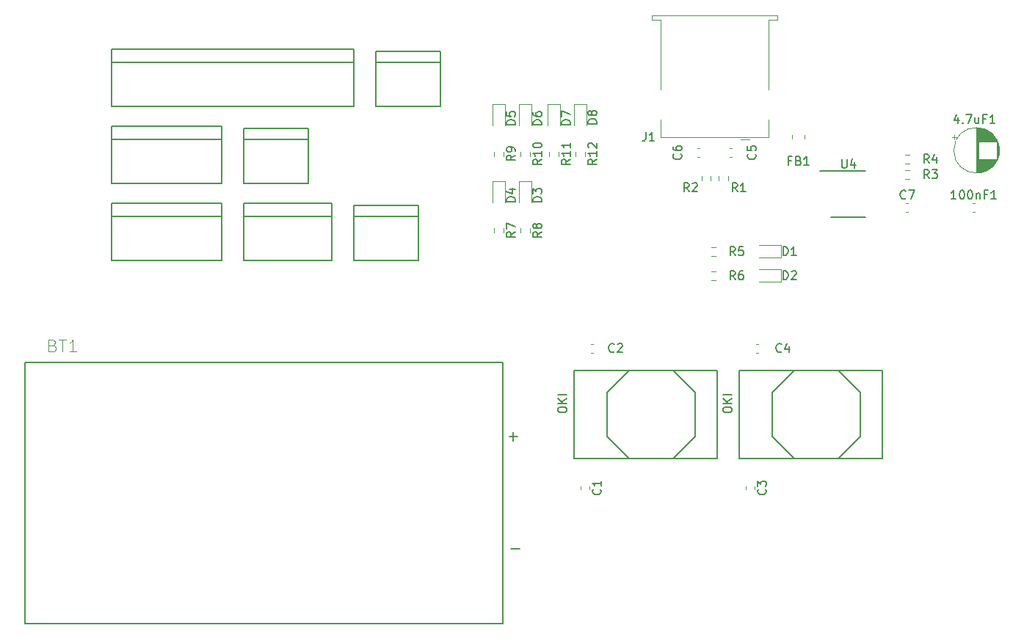
<source format=gbr>
%TF.GenerationSoftware,KiCad,Pcbnew,(5.1.7)-1*%
%TF.CreationDate,2020-11-29T15:53:39-06:00*%
%TF.ProjectId,2021_Rev1,32303231-5f52-4657-9631-2e6b69636164,rev?*%
%TF.SameCoordinates,Original*%
%TF.FileFunction,Legend,Top*%
%TF.FilePolarity,Positive*%
%FSLAX46Y46*%
G04 Gerber Fmt 4.6, Leading zero omitted, Abs format (unit mm)*
G04 Created by KiCad (PCBNEW (5.1.7)-1) date 2020-11-29 15:53:39*
%MOMM*%
%LPD*%
G01*
G04 APERTURE LIST*
%ADD10C,0.120000*%
%ADD11C,0.127000*%
%ADD12C,0.150000*%
%ADD13C,0.015000*%
G04 APERTURE END LIST*
D10*
%TO.C,R12*%
X965214500Y229720224D02*
X965214500Y229210776D01*
X964169500Y229720224D02*
X964169500Y229210776D01*
%TO.C,R11*%
X962166500Y229720224D02*
X962166500Y229210776D01*
X961121500Y229720224D02*
X961121500Y229210776D01*
%TO.C,R10*%
X958864500Y229720224D02*
X958864500Y229210776D01*
X957819500Y229720224D02*
X957819500Y229210776D01*
%TO.C,R9*%
X955816500Y229720224D02*
X955816500Y229210776D01*
X954771500Y229720224D02*
X954771500Y229210776D01*
%TO.C,D8*%
X965427000Y232767000D02*
X965427000Y235227000D01*
X965427000Y235227000D02*
X963957000Y235227000D01*
X963957000Y235227000D02*
X963957000Y232767000D01*
%TO.C,D7*%
X962379000Y232767000D02*
X962379000Y235227000D01*
X962379000Y235227000D02*
X960909000Y235227000D01*
X960909000Y235227000D02*
X960909000Y232767000D01*
%TO.C,D6*%
X959077000Y232739000D02*
X959077000Y235199000D01*
X959077000Y235199000D02*
X957607000Y235199000D01*
X957607000Y235199000D02*
X957607000Y232739000D01*
%TO.C,D5*%
X956029000Y232767000D02*
X956029000Y235227000D01*
X956029000Y235227000D02*
X954559000Y235227000D01*
X954559000Y235227000D02*
X954559000Y232767000D01*
%TO.C,D4*%
X956029000Y223877000D02*
X956029000Y226337000D01*
X956029000Y226337000D02*
X954559000Y226337000D01*
X954559000Y226337000D02*
X954559000Y223877000D01*
%TO.C,D3*%
X959077000Y223877000D02*
X959077000Y226337000D01*
X959077000Y226337000D02*
X957607000Y226337000D01*
X957607000Y226337000D02*
X957607000Y223877000D01*
D11*
%TO.C,BT1*%
X900633200Y205409800D02*
X900633200Y175285400D01*
X900633200Y175285400D02*
X955751200Y175285400D01*
X955751200Y175285400D02*
X955751200Y205409800D01*
X955751200Y205409800D02*
X900633200Y205409800D01*
X956726400Y183849800D02*
X957726400Y183849800D01*
X956476400Y196849800D02*
X957476400Y196849800D01*
X956976400Y196349800D02*
X956976400Y197349800D01*
D10*
%TO.C,C1*%
X965710000Y191053767D02*
X965710000Y190761233D01*
X964690000Y191053767D02*
X964690000Y190761233D01*
%TO.C,C2*%
X965916233Y206500000D02*
X966208767Y206500000D01*
X965916233Y207520000D02*
X966208767Y207520000D01*
%TO.C,C3*%
X983740000Y191053767D02*
X983740000Y190761233D01*
X984760000Y191053767D02*
X984760000Y190761233D01*
%TO.C,C4*%
X984966233Y207520000D02*
X985258767Y207520000D01*
X984966233Y206500000D02*
X985258767Y206500000D01*
%TO.C,C5*%
X981918233Y230126000D02*
X982210767Y230126000D01*
X981918233Y229106000D02*
X982210767Y229106000D01*
%TO.C,C6*%
X978453767Y230126000D02*
X978161233Y230126000D01*
X978453767Y229106000D02*
X978161233Y229106000D01*
%TO.C,C7*%
X1002238233Y223776000D02*
X1002530767Y223776000D01*
X1002238233Y222756000D02*
X1002530767Y222756000D01*
D12*
%TO.C,Conn2*%
X923290000Y223774000D02*
X910590000Y223774000D01*
X923290000Y222250000D02*
X923290000Y223774000D01*
X910590000Y223774000D02*
X910590000Y222250000D01*
X923290000Y217170000D02*
X910590000Y217170000D01*
X910590000Y222250000D02*
X923290000Y222250000D01*
X923290000Y217170000D02*
X923290000Y222250000D01*
X910590000Y217170000D02*
X910590000Y222250000D01*
%TO.C,Conn3*%
X910590000Y226060000D02*
X910590000Y231140000D01*
X923290000Y226060000D02*
X923290000Y231140000D01*
X910590000Y231140000D02*
X923290000Y231140000D01*
X923290000Y226060000D02*
X910590000Y226060000D01*
X910590000Y232664000D02*
X910590000Y231140000D01*
X923290000Y231140000D02*
X923290000Y232664000D01*
X923290000Y232664000D02*
X910590000Y232664000D01*
%TO.C,Conn4*%
X925830000Y231140000D02*
X925830000Y226060000D01*
X933323000Y231140000D02*
X933323000Y226060000D01*
X925830000Y231140000D02*
X933323000Y231140000D01*
X933323000Y226060000D02*
X925830000Y226060000D01*
X925830000Y231140000D02*
X925830000Y232410000D01*
X933323000Y232410000D02*
X933323000Y231140000D01*
X925830000Y232410000D02*
X933323000Y232410000D01*
%TO.C,Conn5*%
X938530000Y223520000D02*
X946023000Y223520000D01*
X946023000Y223520000D02*
X946023000Y222250000D01*
X938530000Y222250000D02*
X938530000Y223520000D01*
X946023000Y217170000D02*
X938530000Y217170000D01*
X938530000Y222250000D02*
X946023000Y222250000D01*
X946023000Y222250000D02*
X946023000Y217170000D01*
X938530000Y222250000D02*
X938530000Y217170000D01*
%TO.C,Conn6*%
X938530000Y241554000D02*
X910590000Y241554000D01*
X938530000Y240030000D02*
X938530000Y241554000D01*
X910590000Y241554000D02*
X910590000Y240030000D01*
X938530000Y234950000D02*
X910590000Y234950000D01*
X910590000Y240030000D02*
X938530000Y240030000D01*
X938530000Y234950000D02*
X938530000Y240030000D01*
X910590000Y234950000D02*
X910590000Y240030000D01*
%TO.C,Conn7*%
X941070000Y241300000D02*
X948563000Y241300000D01*
X948563000Y241300000D02*
X948563000Y240030000D01*
X941070000Y240030000D02*
X941070000Y241300000D01*
X948563000Y234950000D02*
X941070000Y234950000D01*
X941070000Y240030000D02*
X948563000Y240030000D01*
X948563000Y240030000D02*
X948563000Y234950000D01*
X941070000Y240030000D02*
X941070000Y234950000D01*
%TO.C,Conn8*%
X935990000Y223774000D02*
X925830000Y223774000D01*
X935990000Y222250000D02*
X935990000Y223774000D01*
X925830000Y223774000D02*
X925830000Y222250000D01*
X925830000Y217170000D02*
X935990000Y217170000D01*
X935990000Y222250000D02*
X925830000Y222250000D01*
X925830000Y217170000D02*
X925830000Y222250000D01*
X935990000Y217170000D02*
X935990000Y222250000D01*
D10*
%TO.C,D1*%
X987801000Y218921000D02*
X985341000Y218921000D01*
X987801000Y217451000D02*
X987801000Y218921000D01*
X985341000Y217451000D02*
X987801000Y217451000D01*
%TO.C,D2*%
X985341000Y214657000D02*
X987801000Y214657000D01*
X987801000Y214657000D02*
X987801000Y216127000D01*
X987801000Y216127000D02*
X985341000Y216127000D01*
%TO.C,J1*%
X984170000Y231150000D02*
X983170000Y231150000D01*
X987420000Y244900000D02*
X987420000Y245400000D01*
X986420000Y244900000D02*
X987420000Y244900000D01*
X986420000Y236900000D02*
X986420000Y244900000D01*
X986420000Y231400000D02*
X986420000Y233400000D01*
X973920000Y231400000D02*
X986420000Y231400000D01*
X973920000Y233400000D02*
X973920000Y231400000D01*
X973920000Y244900000D02*
X973920000Y236900000D01*
X972920000Y244900000D02*
X973920000Y244900000D01*
X972920000Y245400000D02*
X972920000Y244900000D01*
X987420000Y245400000D02*
X972920000Y245400000D01*
%TO.C,R1*%
X980679500Y226416776D02*
X980679500Y226926224D01*
X981724500Y226416776D02*
X981724500Y226926224D01*
%TO.C,R2*%
X979739500Y226416776D02*
X979739500Y226926224D01*
X978694500Y226416776D02*
X978694500Y226926224D01*
%TO.C,R3*%
X1002642224Y227598500D02*
X1002132776Y227598500D01*
X1002642224Y226553500D02*
X1002132776Y226553500D01*
%TO.C,R4*%
X1002132776Y229376500D02*
X1002642224Y229376500D01*
X1002132776Y228331500D02*
X1002642224Y228331500D01*
%TO.C,R5*%
X980290224Y218708500D02*
X979780776Y218708500D01*
X980290224Y217663500D02*
X979780776Y217663500D01*
%TO.C,R6*%
X980337224Y214869500D02*
X979827776Y214869500D01*
X980337224Y215914500D02*
X979827776Y215914500D01*
D12*
%TO.C,U2*%
X980440000Y194310000D02*
X963930000Y194310000D01*
X963930000Y204470000D02*
X980440000Y204470000D01*
X963930000Y194310000D02*
X963930000Y204470000D01*
X980440000Y194310000D02*
X980440000Y204470000D01*
X967740000Y196850000D02*
X967740000Y201930000D01*
X970280000Y194310000D02*
X967740000Y196850000D01*
X975360000Y194310000D02*
X970280000Y194310000D01*
X977900000Y196850000D02*
X975360000Y194310000D01*
X977900000Y201930000D02*
X977900000Y196850000D01*
X975360000Y204470000D02*
X977900000Y201930000D01*
X970280000Y204470000D02*
X975360000Y204470000D01*
X967740000Y201930000D02*
X970280000Y204470000D01*
%TO.C,U3*%
X986790000Y201930000D02*
X989330000Y204470000D01*
X989330000Y204470000D02*
X994410000Y204470000D01*
X994410000Y204470000D02*
X996950000Y201930000D01*
X996950000Y201930000D02*
X996950000Y196850000D01*
X996950000Y196850000D02*
X994410000Y194310000D01*
X994410000Y194310000D02*
X989330000Y194310000D01*
X989330000Y194310000D02*
X986790000Y196850000D01*
X986790000Y196850000D02*
X986790000Y201930000D01*
X999490000Y194310000D02*
X999490000Y204470000D01*
X982980000Y194310000D02*
X982980000Y204470000D01*
X982980000Y204470000D02*
X999490000Y204470000D01*
X999490000Y194310000D02*
X982980000Y194310000D01*
%TO.C,U4*%
X993620000Y222115000D02*
X997620000Y222115000D01*
X992345000Y227515000D02*
X997620000Y227515000D01*
D10*
%TO.C,100nF1*%
X1009911233Y223776000D02*
X1010203767Y223776000D01*
X1009911233Y222756000D02*
X1010203767Y222756000D01*
%TO.C,4.7uF1*%
X1013012000Y229870000D02*
G75*
G03*
X1013012000Y229870000I-2620000J0D01*
G01*
X1010392000Y232450000D02*
X1010392000Y227290000D01*
X1010432000Y232450000D02*
X1010432000Y227290000D01*
X1010472000Y232449000D02*
X1010472000Y227291000D01*
X1010512000Y232448000D02*
X1010512000Y227292000D01*
X1010552000Y232446000D02*
X1010552000Y227294000D01*
X1010592000Y232443000D02*
X1010592000Y227297000D01*
X1010632000Y232439000D02*
X1010632000Y230910000D01*
X1010632000Y228830000D02*
X1010632000Y227301000D01*
X1010672000Y232435000D02*
X1010672000Y230910000D01*
X1010672000Y228830000D02*
X1010672000Y227305000D01*
X1010712000Y232431000D02*
X1010712000Y230910000D01*
X1010712000Y228830000D02*
X1010712000Y227309000D01*
X1010752000Y232426000D02*
X1010752000Y230910000D01*
X1010752000Y228830000D02*
X1010752000Y227314000D01*
X1010792000Y232420000D02*
X1010792000Y230910000D01*
X1010792000Y228830000D02*
X1010792000Y227320000D01*
X1010832000Y232413000D02*
X1010832000Y230910000D01*
X1010832000Y228830000D02*
X1010832000Y227327000D01*
X1010872000Y232406000D02*
X1010872000Y230910000D01*
X1010872000Y228830000D02*
X1010872000Y227334000D01*
X1010912000Y232398000D02*
X1010912000Y230910000D01*
X1010912000Y228830000D02*
X1010912000Y227342000D01*
X1010952000Y232390000D02*
X1010952000Y230910000D01*
X1010952000Y228830000D02*
X1010952000Y227350000D01*
X1010992000Y232381000D02*
X1010992000Y230910000D01*
X1010992000Y228830000D02*
X1010992000Y227359000D01*
X1011032000Y232371000D02*
X1011032000Y230910000D01*
X1011032000Y228830000D02*
X1011032000Y227369000D01*
X1011072000Y232361000D02*
X1011072000Y230910000D01*
X1011072000Y228830000D02*
X1011072000Y227379000D01*
X1011113000Y232350000D02*
X1011113000Y230910000D01*
X1011113000Y228830000D02*
X1011113000Y227390000D01*
X1011153000Y232338000D02*
X1011153000Y230910000D01*
X1011153000Y228830000D02*
X1011153000Y227402000D01*
X1011193000Y232325000D02*
X1011193000Y230910000D01*
X1011193000Y228830000D02*
X1011193000Y227415000D01*
X1011233000Y232312000D02*
X1011233000Y230910000D01*
X1011233000Y228830000D02*
X1011233000Y227428000D01*
X1011273000Y232298000D02*
X1011273000Y230910000D01*
X1011273000Y228830000D02*
X1011273000Y227442000D01*
X1011313000Y232284000D02*
X1011313000Y230910000D01*
X1011313000Y228830000D02*
X1011313000Y227456000D01*
X1011353000Y232268000D02*
X1011353000Y230910000D01*
X1011353000Y228830000D02*
X1011353000Y227472000D01*
X1011393000Y232252000D02*
X1011393000Y230910000D01*
X1011393000Y228830000D02*
X1011393000Y227488000D01*
X1011433000Y232235000D02*
X1011433000Y230910000D01*
X1011433000Y228830000D02*
X1011433000Y227505000D01*
X1011473000Y232218000D02*
X1011473000Y230910000D01*
X1011473000Y228830000D02*
X1011473000Y227522000D01*
X1011513000Y232199000D02*
X1011513000Y230910000D01*
X1011513000Y228830000D02*
X1011513000Y227541000D01*
X1011553000Y232180000D02*
X1011553000Y230910000D01*
X1011553000Y228830000D02*
X1011553000Y227560000D01*
X1011593000Y232160000D02*
X1011593000Y230910000D01*
X1011593000Y228830000D02*
X1011593000Y227580000D01*
X1011633000Y232138000D02*
X1011633000Y230910000D01*
X1011633000Y228830000D02*
X1011633000Y227602000D01*
X1011673000Y232117000D02*
X1011673000Y230910000D01*
X1011673000Y228830000D02*
X1011673000Y227623000D01*
X1011713000Y232094000D02*
X1011713000Y230910000D01*
X1011713000Y228830000D02*
X1011713000Y227646000D01*
X1011753000Y232070000D02*
X1011753000Y230910000D01*
X1011753000Y228830000D02*
X1011753000Y227670000D01*
X1011793000Y232045000D02*
X1011793000Y230910000D01*
X1011793000Y228830000D02*
X1011793000Y227695000D01*
X1011833000Y232019000D02*
X1011833000Y230910000D01*
X1011833000Y228830000D02*
X1011833000Y227721000D01*
X1011873000Y231992000D02*
X1011873000Y230910000D01*
X1011873000Y228830000D02*
X1011873000Y227748000D01*
X1011913000Y231965000D02*
X1011913000Y230910000D01*
X1011913000Y228830000D02*
X1011913000Y227775000D01*
X1011953000Y231935000D02*
X1011953000Y230910000D01*
X1011953000Y228830000D02*
X1011953000Y227805000D01*
X1011993000Y231905000D02*
X1011993000Y230910000D01*
X1011993000Y228830000D02*
X1011993000Y227835000D01*
X1012033000Y231874000D02*
X1012033000Y230910000D01*
X1012033000Y228830000D02*
X1012033000Y227866000D01*
X1012073000Y231841000D02*
X1012073000Y230910000D01*
X1012073000Y228830000D02*
X1012073000Y227899000D01*
X1012113000Y231807000D02*
X1012113000Y230910000D01*
X1012113000Y228830000D02*
X1012113000Y227933000D01*
X1012153000Y231771000D02*
X1012153000Y230910000D01*
X1012153000Y228830000D02*
X1012153000Y227969000D01*
X1012193000Y231734000D02*
X1012193000Y230910000D01*
X1012193000Y228830000D02*
X1012193000Y228006000D01*
X1012233000Y231696000D02*
X1012233000Y230910000D01*
X1012233000Y228830000D02*
X1012233000Y228044000D01*
X1012273000Y231655000D02*
X1012273000Y230910000D01*
X1012273000Y228830000D02*
X1012273000Y228085000D01*
X1012313000Y231613000D02*
X1012313000Y230910000D01*
X1012313000Y228830000D02*
X1012313000Y228127000D01*
X1012353000Y231569000D02*
X1012353000Y230910000D01*
X1012353000Y228830000D02*
X1012353000Y228171000D01*
X1012393000Y231523000D02*
X1012393000Y230910000D01*
X1012393000Y228830000D02*
X1012393000Y228217000D01*
X1012433000Y231475000D02*
X1012433000Y230910000D01*
X1012433000Y228830000D02*
X1012433000Y228265000D01*
X1012473000Y231424000D02*
X1012473000Y230910000D01*
X1012473000Y228830000D02*
X1012473000Y228316000D01*
X1012513000Y231370000D02*
X1012513000Y230910000D01*
X1012513000Y228830000D02*
X1012513000Y228370000D01*
X1012553000Y231313000D02*
X1012553000Y230910000D01*
X1012553000Y228830000D02*
X1012553000Y228427000D01*
X1012593000Y231253000D02*
X1012593000Y230910000D01*
X1012593000Y228830000D02*
X1012593000Y228487000D01*
X1012633000Y231189000D02*
X1012633000Y230910000D01*
X1012633000Y228830000D02*
X1012633000Y228551000D01*
X1012673000Y231121000D02*
X1012673000Y230910000D01*
X1012673000Y228830000D02*
X1012673000Y228619000D01*
X1012713000Y231048000D02*
X1012713000Y228692000D01*
X1012753000Y230968000D02*
X1012753000Y228772000D01*
X1012793000Y230881000D02*
X1012793000Y228859000D01*
X1012833000Y230785000D02*
X1012833000Y228955000D01*
X1012873000Y230675000D02*
X1012873000Y229065000D01*
X1012913000Y230547000D02*
X1012913000Y229193000D01*
X1012953000Y230388000D02*
X1012953000Y229352000D01*
X1012993000Y230154000D02*
X1012993000Y229586000D01*
X1007587225Y231345000D02*
X1008087225Y231345000D01*
X1007837225Y231595000D02*
X1007837225Y231095000D01*
%TO.C,FB1*%
X989103000Y231182936D02*
X989103000Y231637064D01*
X990573000Y231182936D02*
X990573000Y231637064D01*
%TO.C,R7*%
X955816500Y220877224D02*
X955816500Y220367776D01*
X954771500Y220877224D02*
X954771500Y220367776D01*
%TO.C,R8*%
X957819500Y220877224D02*
X957819500Y220367776D01*
X958864500Y220877224D02*
X958864500Y220367776D01*
%TO.C,R12*%
D12*
X966574380Y228822642D02*
X966098190Y228489309D01*
X966574380Y228251214D02*
X965574380Y228251214D01*
X965574380Y228632166D01*
X965622000Y228727404D01*
X965669619Y228775023D01*
X965764857Y228822642D01*
X965907714Y228822642D01*
X966002952Y228775023D01*
X966050571Y228727404D01*
X966098190Y228632166D01*
X966098190Y228251214D01*
X966574380Y229775023D02*
X966574380Y229203595D01*
X966574380Y229489309D02*
X965574380Y229489309D01*
X965717238Y229394071D01*
X965812476Y229298833D01*
X965860095Y229203595D01*
X965669619Y230155976D02*
X965622000Y230203595D01*
X965574380Y230298833D01*
X965574380Y230536928D01*
X965622000Y230632166D01*
X965669619Y230679785D01*
X965764857Y230727404D01*
X965860095Y230727404D01*
X966002952Y230679785D01*
X966574380Y230108357D01*
X966574380Y230727404D01*
%TO.C,R11*%
X963526380Y228822642D02*
X963050190Y228489309D01*
X963526380Y228251214D02*
X962526380Y228251214D01*
X962526380Y228632166D01*
X962574000Y228727404D01*
X962621619Y228775023D01*
X962716857Y228822642D01*
X962859714Y228822642D01*
X962954952Y228775023D01*
X963002571Y228727404D01*
X963050190Y228632166D01*
X963050190Y228251214D01*
X963526380Y229775023D02*
X963526380Y229203595D01*
X963526380Y229489309D02*
X962526380Y229489309D01*
X962669238Y229394071D01*
X962764476Y229298833D01*
X962812095Y229203595D01*
X963526380Y230727404D02*
X963526380Y230155976D01*
X963526380Y230441690D02*
X962526380Y230441690D01*
X962669238Y230346452D01*
X962764476Y230251214D01*
X962812095Y230155976D01*
%TO.C,R10*%
X960224380Y228822642D02*
X959748190Y228489309D01*
X960224380Y228251214D02*
X959224380Y228251214D01*
X959224380Y228632166D01*
X959272000Y228727404D01*
X959319619Y228775023D01*
X959414857Y228822642D01*
X959557714Y228822642D01*
X959652952Y228775023D01*
X959700571Y228727404D01*
X959748190Y228632166D01*
X959748190Y228251214D01*
X960224380Y229775023D02*
X960224380Y229203595D01*
X960224380Y229489309D02*
X959224380Y229489309D01*
X959367238Y229394071D01*
X959462476Y229298833D01*
X959510095Y229203595D01*
X959224380Y230394071D02*
X959224380Y230489309D01*
X959272000Y230584547D01*
X959319619Y230632166D01*
X959414857Y230679785D01*
X959605333Y230727404D01*
X959843428Y230727404D01*
X960033904Y230679785D01*
X960129142Y230632166D01*
X960176761Y230584547D01*
X960224380Y230489309D01*
X960224380Y230394071D01*
X960176761Y230298833D01*
X960129142Y230251214D01*
X960033904Y230203595D01*
X959843428Y230155976D01*
X959605333Y230155976D01*
X959414857Y230203595D01*
X959319619Y230251214D01*
X959272000Y230298833D01*
X959224380Y230394071D01*
%TO.C,R9*%
X957176380Y229298833D02*
X956700190Y228965500D01*
X957176380Y228727404D02*
X956176380Y228727404D01*
X956176380Y229108357D01*
X956224000Y229203595D01*
X956271619Y229251214D01*
X956366857Y229298833D01*
X956509714Y229298833D01*
X956604952Y229251214D01*
X956652571Y229203595D01*
X956700190Y229108357D01*
X956700190Y228727404D01*
X957176380Y229775023D02*
X957176380Y229965500D01*
X957128761Y230060738D01*
X957081142Y230108357D01*
X956938285Y230203595D01*
X956747809Y230251214D01*
X956366857Y230251214D01*
X956271619Y230203595D01*
X956224000Y230155976D01*
X956176380Y230060738D01*
X956176380Y229870261D01*
X956224000Y229775023D01*
X956271619Y229727404D01*
X956366857Y229679785D01*
X956604952Y229679785D01*
X956700190Y229727404D01*
X956747809Y229775023D01*
X956795428Y229870261D01*
X956795428Y230060738D01*
X956747809Y230155976D01*
X956700190Y230203595D01*
X956604952Y230251214D01*
%TO.C,D8*%
X966574380Y232941904D02*
X965574380Y232941904D01*
X965574380Y233180000D01*
X965622000Y233322857D01*
X965717238Y233418095D01*
X965812476Y233465714D01*
X966002952Y233513333D01*
X966145809Y233513333D01*
X966336285Y233465714D01*
X966431523Y233418095D01*
X966526761Y233322857D01*
X966574380Y233180000D01*
X966574380Y232941904D01*
X966002952Y234084761D02*
X965955333Y233989523D01*
X965907714Y233941904D01*
X965812476Y233894285D01*
X965764857Y233894285D01*
X965669619Y233941904D01*
X965622000Y233989523D01*
X965574380Y234084761D01*
X965574380Y234275238D01*
X965622000Y234370476D01*
X965669619Y234418095D01*
X965764857Y234465714D01*
X965812476Y234465714D01*
X965907714Y234418095D01*
X965955333Y234370476D01*
X966002952Y234275238D01*
X966002952Y234084761D01*
X966050571Y233989523D01*
X966098190Y233941904D01*
X966193428Y233894285D01*
X966383904Y233894285D01*
X966479142Y233941904D01*
X966526761Y233989523D01*
X966574380Y234084761D01*
X966574380Y234275238D01*
X966526761Y234370476D01*
X966479142Y234418095D01*
X966383904Y234465714D01*
X966193428Y234465714D01*
X966098190Y234418095D01*
X966050571Y234370476D01*
X966002952Y234275238D01*
%TO.C,D7*%
X963526380Y232828904D02*
X962526380Y232828904D01*
X962526380Y233067000D01*
X962574000Y233209857D01*
X962669238Y233305095D01*
X962764476Y233352714D01*
X962954952Y233400333D01*
X963097809Y233400333D01*
X963288285Y233352714D01*
X963383523Y233305095D01*
X963478761Y233209857D01*
X963526380Y233067000D01*
X963526380Y232828904D01*
X962526380Y233733666D02*
X962526380Y234400333D01*
X963526380Y233971761D01*
%TO.C,D6*%
X960224380Y232800904D02*
X959224380Y232800904D01*
X959224380Y233039000D01*
X959272000Y233181857D01*
X959367238Y233277095D01*
X959462476Y233324714D01*
X959652952Y233372333D01*
X959795809Y233372333D01*
X959986285Y233324714D01*
X960081523Y233277095D01*
X960176761Y233181857D01*
X960224380Y233039000D01*
X960224380Y232800904D01*
X959224380Y234229476D02*
X959224380Y234039000D01*
X959272000Y233943761D01*
X959319619Y233896142D01*
X959462476Y233800904D01*
X959652952Y233753285D01*
X960033904Y233753285D01*
X960129142Y233800904D01*
X960176761Y233848523D01*
X960224380Y233943761D01*
X960224380Y234134238D01*
X960176761Y234229476D01*
X960129142Y234277095D01*
X960033904Y234324714D01*
X959795809Y234324714D01*
X959700571Y234277095D01*
X959652952Y234229476D01*
X959605333Y234134238D01*
X959605333Y233943761D01*
X959652952Y233848523D01*
X959700571Y233800904D01*
X959795809Y233753285D01*
%TO.C,D5*%
X957176380Y232828904D02*
X956176380Y232828904D01*
X956176380Y233067000D01*
X956224000Y233209857D01*
X956319238Y233305095D01*
X956414476Y233352714D01*
X956604952Y233400333D01*
X956747809Y233400333D01*
X956938285Y233352714D01*
X957033523Y233305095D01*
X957128761Y233209857D01*
X957176380Y233067000D01*
X957176380Y232828904D01*
X956176380Y234305095D02*
X956176380Y233828904D01*
X956652571Y233781285D01*
X956604952Y233828904D01*
X956557333Y233924142D01*
X956557333Y234162238D01*
X956604952Y234257476D01*
X956652571Y234305095D01*
X956747809Y234352714D01*
X956985904Y234352714D01*
X957081142Y234305095D01*
X957128761Y234257476D01*
X957176380Y234162238D01*
X957176380Y233924142D01*
X957128761Y233828904D01*
X957081142Y233781285D01*
%TO.C,D4*%
X957176380Y223938904D02*
X956176380Y223938904D01*
X956176380Y224177000D01*
X956224000Y224319857D01*
X956319238Y224415095D01*
X956414476Y224462714D01*
X956604952Y224510333D01*
X956747809Y224510333D01*
X956938285Y224462714D01*
X957033523Y224415095D01*
X957128761Y224319857D01*
X957176380Y224177000D01*
X957176380Y223938904D01*
X956509714Y225367476D02*
X957176380Y225367476D01*
X956128761Y225129380D02*
X956843047Y224891285D01*
X956843047Y225510333D01*
%TO.C,D3*%
X960224380Y223938904D02*
X959224380Y223938904D01*
X959224380Y224177000D01*
X959272000Y224319857D01*
X959367238Y224415095D01*
X959462476Y224462714D01*
X959652952Y224510333D01*
X959795809Y224510333D01*
X959986285Y224462714D01*
X960081523Y224415095D01*
X960176761Y224319857D01*
X960224380Y224177000D01*
X960224380Y223938904D01*
X959224380Y224843666D02*
X959224380Y225462714D01*
X959605333Y225129380D01*
X959605333Y225272238D01*
X959652952Y225367476D01*
X959700571Y225415095D01*
X959795809Y225462714D01*
X960033904Y225462714D01*
X960129142Y225415095D01*
X960176761Y225367476D01*
X960224380Y225272238D01*
X960224380Y224986523D01*
X960176761Y224891285D01*
X960129142Y224843666D01*
%TO.C,BT1*%
D13*
X903834000Y207362000D02*
X904034000Y207295333D01*
X904100666Y207228666D01*
X904167333Y207095333D01*
X904167333Y206895333D01*
X904100666Y206762000D01*
X904034000Y206695333D01*
X903900666Y206628666D01*
X903367333Y206628666D01*
X903367333Y208028666D01*
X903834000Y208028666D01*
X903967333Y207962000D01*
X904034000Y207895333D01*
X904100666Y207762000D01*
X904100666Y207628666D01*
X904034000Y207495333D01*
X903967333Y207428666D01*
X903834000Y207362000D01*
X903367333Y207362000D01*
X904567333Y208028666D02*
X905367333Y208028666D01*
X904967333Y206628666D02*
X904967333Y208028666D01*
X906567333Y206628666D02*
X905767333Y206628666D01*
X906167333Y206628666D02*
X906167333Y208028666D01*
X906034000Y207828666D01*
X905900666Y207695333D01*
X905767333Y207628666D01*
%TO.C,C1*%
D12*
X966987142Y190740833D02*
X967034761Y190693214D01*
X967082380Y190550357D01*
X967082380Y190455119D01*
X967034761Y190312261D01*
X966939523Y190217023D01*
X966844285Y190169404D01*
X966653809Y190121785D01*
X966510952Y190121785D01*
X966320476Y190169404D01*
X966225238Y190217023D01*
X966130000Y190312261D01*
X966082380Y190455119D01*
X966082380Y190550357D01*
X966130000Y190693214D01*
X966177619Y190740833D01*
X967082380Y191693214D02*
X967082380Y191121785D01*
X967082380Y191407500D02*
X966082380Y191407500D01*
X966225238Y191312261D01*
X966320476Y191217023D01*
X966368095Y191121785D01*
%TO.C,C2*%
X968589333Y206652857D02*
X968541714Y206605238D01*
X968398857Y206557619D01*
X968303619Y206557619D01*
X968160761Y206605238D01*
X968065523Y206700476D01*
X968017904Y206795714D01*
X967970285Y206986190D01*
X967970285Y207129047D01*
X968017904Y207319523D01*
X968065523Y207414761D01*
X968160761Y207510000D01*
X968303619Y207557619D01*
X968398857Y207557619D01*
X968541714Y207510000D01*
X968589333Y207462380D01*
X968970285Y207462380D02*
X969017904Y207510000D01*
X969113142Y207557619D01*
X969351238Y207557619D01*
X969446476Y207510000D01*
X969494095Y207462380D01*
X969541714Y207367142D01*
X969541714Y207271904D01*
X969494095Y207129047D01*
X968922666Y206557619D01*
X969541714Y206557619D01*
%TO.C,C3*%
X986037142Y190740833D02*
X986084761Y190693214D01*
X986132380Y190550357D01*
X986132380Y190455119D01*
X986084761Y190312261D01*
X985989523Y190217023D01*
X985894285Y190169404D01*
X985703809Y190121785D01*
X985560952Y190121785D01*
X985370476Y190169404D01*
X985275238Y190217023D01*
X985180000Y190312261D01*
X985132380Y190455119D01*
X985132380Y190550357D01*
X985180000Y190693214D01*
X985227619Y190740833D01*
X985132380Y191074166D02*
X985132380Y191693214D01*
X985513333Y191359880D01*
X985513333Y191502738D01*
X985560952Y191597976D01*
X985608571Y191645595D01*
X985703809Y191693214D01*
X985941904Y191693214D01*
X986037142Y191645595D01*
X986084761Y191597976D01*
X986132380Y191502738D01*
X986132380Y191217023D01*
X986084761Y191121785D01*
X986037142Y191074166D01*
%TO.C,C4*%
X987893333Y206652857D02*
X987845714Y206605238D01*
X987702857Y206557619D01*
X987607619Y206557619D01*
X987464761Y206605238D01*
X987369523Y206700476D01*
X987321904Y206795714D01*
X987274285Y206986190D01*
X987274285Y207129047D01*
X987321904Y207319523D01*
X987369523Y207414761D01*
X987464761Y207510000D01*
X987607619Y207557619D01*
X987702857Y207557619D01*
X987845714Y207510000D01*
X987893333Y207462380D01*
X988750476Y207224285D02*
X988750476Y206557619D01*
X988512380Y207605238D02*
X988274285Y206890952D01*
X988893333Y206890952D01*
%TO.C,C5*%
X984861142Y229449333D02*
X984908761Y229401714D01*
X984956380Y229258857D01*
X984956380Y229163619D01*
X984908761Y229020761D01*
X984813523Y228925523D01*
X984718285Y228877904D01*
X984527809Y228830285D01*
X984384952Y228830285D01*
X984194476Y228877904D01*
X984099238Y228925523D01*
X984004000Y229020761D01*
X983956380Y229163619D01*
X983956380Y229258857D01*
X984004000Y229401714D01*
X984051619Y229449333D01*
X983956380Y230354095D02*
X983956380Y229877904D01*
X984432571Y229830285D01*
X984384952Y229877904D01*
X984337333Y229973142D01*
X984337333Y230211238D01*
X984384952Y230306476D01*
X984432571Y230354095D01*
X984527809Y230401714D01*
X984765904Y230401714D01*
X984861142Y230354095D01*
X984908761Y230306476D01*
X984956380Y230211238D01*
X984956380Y229973142D01*
X984908761Y229877904D01*
X984861142Y229830285D01*
%TO.C,C6*%
X976278142Y229449333D02*
X976325761Y229401714D01*
X976373380Y229258857D01*
X976373380Y229163619D01*
X976325761Y229020761D01*
X976230523Y228925523D01*
X976135285Y228877904D01*
X975944809Y228830285D01*
X975801952Y228830285D01*
X975611476Y228877904D01*
X975516238Y228925523D01*
X975421000Y229020761D01*
X975373380Y229163619D01*
X975373380Y229258857D01*
X975421000Y229401714D01*
X975468619Y229449333D01*
X975373380Y230306476D02*
X975373380Y230116000D01*
X975421000Y230020761D01*
X975468619Y229973142D01*
X975611476Y229877904D01*
X975801952Y229830285D01*
X976182904Y229830285D01*
X976278142Y229877904D01*
X976325761Y229925523D01*
X976373380Y230020761D01*
X976373380Y230211238D01*
X976325761Y230306476D01*
X976278142Y230354095D01*
X976182904Y230401714D01*
X975944809Y230401714D01*
X975849571Y230354095D01*
X975801952Y230306476D01*
X975754333Y230211238D01*
X975754333Y230020761D01*
X975801952Y229925523D01*
X975849571Y229877904D01*
X975944809Y229830285D01*
%TO.C,C7*%
X1002217833Y224338857D02*
X1002170214Y224291238D01*
X1002027357Y224243619D01*
X1001932119Y224243619D01*
X1001789261Y224291238D01*
X1001694023Y224386476D01*
X1001646404Y224481714D01*
X1001598785Y224672190D01*
X1001598785Y224815047D01*
X1001646404Y225005523D01*
X1001694023Y225100761D01*
X1001789261Y225196000D01*
X1001932119Y225243619D01*
X1002027357Y225243619D01*
X1002170214Y225196000D01*
X1002217833Y225148380D01*
X1002551166Y225243619D02*
X1003217833Y225243619D01*
X1002789261Y224243619D01*
%TO.C,D1*%
X988083904Y217733619D02*
X988083904Y218733619D01*
X988322000Y218733619D01*
X988464857Y218686000D01*
X988560095Y218590761D01*
X988607714Y218495523D01*
X988655333Y218305047D01*
X988655333Y218162190D01*
X988607714Y217971714D01*
X988560095Y217876476D01*
X988464857Y217781238D01*
X988322000Y217733619D01*
X988083904Y217733619D01*
X989607714Y217733619D02*
X989036285Y217733619D01*
X989322000Y217733619D02*
X989322000Y218733619D01*
X989226761Y218590761D01*
X989131523Y218495523D01*
X989036285Y218447904D01*
%TO.C,D2*%
X988083904Y214939619D02*
X988083904Y215939619D01*
X988322000Y215939619D01*
X988464857Y215892000D01*
X988560095Y215796761D01*
X988607714Y215701523D01*
X988655333Y215511047D01*
X988655333Y215368190D01*
X988607714Y215177714D01*
X988560095Y215082476D01*
X988464857Y214987238D01*
X988322000Y214939619D01*
X988083904Y214939619D01*
X989036285Y215844380D02*
X989083904Y215892000D01*
X989179142Y215939619D01*
X989417238Y215939619D01*
X989512476Y215892000D01*
X989560095Y215844380D01*
X989607714Y215749142D01*
X989607714Y215653904D01*
X989560095Y215511047D01*
X988988666Y214939619D01*
X989607714Y214939619D01*
%TO.C,J1*%
X972232666Y231941619D02*
X972232666Y231227333D01*
X972185047Y231084476D01*
X972089809Y230989238D01*
X971946952Y230941619D01*
X971851714Y230941619D01*
X973232666Y230941619D02*
X972661238Y230941619D01*
X972946952Y230941619D02*
X972946952Y231941619D01*
X972851714Y231798761D01*
X972756476Y231703523D01*
X972661238Y231655904D01*
%TO.C,R1*%
X982813333Y225099619D02*
X982480000Y225575809D01*
X982241904Y225099619D02*
X982241904Y226099619D01*
X982622857Y226099619D01*
X982718095Y226052000D01*
X982765714Y226004380D01*
X982813333Y225909142D01*
X982813333Y225766285D01*
X982765714Y225671047D01*
X982718095Y225623428D01*
X982622857Y225575809D01*
X982241904Y225575809D01*
X983765714Y225099619D02*
X983194285Y225099619D01*
X983480000Y225099619D02*
X983480000Y226099619D01*
X983384761Y225956761D01*
X983289523Y225861523D01*
X983194285Y225813904D01*
%TO.C,R2*%
X977225333Y225099619D02*
X976892000Y225575809D01*
X976653904Y225099619D02*
X976653904Y226099619D01*
X977034857Y226099619D01*
X977130095Y226052000D01*
X977177714Y226004380D01*
X977225333Y225909142D01*
X977225333Y225766285D01*
X977177714Y225671047D01*
X977130095Y225623428D01*
X977034857Y225575809D01*
X976653904Y225575809D01*
X977606285Y226004380D02*
X977653904Y226052000D01*
X977749142Y226099619D01*
X977987238Y226099619D01*
X978082476Y226052000D01*
X978130095Y226004380D01*
X978177714Y225909142D01*
X978177714Y225813904D01*
X978130095Y225671047D01*
X977558666Y225099619D01*
X978177714Y225099619D01*
%TO.C,R3*%
X1004911333Y226623619D02*
X1004578000Y227099809D01*
X1004339904Y226623619D02*
X1004339904Y227623619D01*
X1004720857Y227623619D01*
X1004816095Y227576000D01*
X1004863714Y227528380D01*
X1004911333Y227433142D01*
X1004911333Y227290285D01*
X1004863714Y227195047D01*
X1004816095Y227147428D01*
X1004720857Y227099809D01*
X1004339904Y227099809D01*
X1005244666Y227623619D02*
X1005863714Y227623619D01*
X1005530380Y227242666D01*
X1005673238Y227242666D01*
X1005768476Y227195047D01*
X1005816095Y227147428D01*
X1005863714Y227052190D01*
X1005863714Y226814095D01*
X1005816095Y226718857D01*
X1005768476Y226671238D01*
X1005673238Y226623619D01*
X1005387523Y226623619D01*
X1005292285Y226671238D01*
X1005244666Y226718857D01*
%TO.C,R4*%
X1004911333Y228401619D02*
X1004578000Y228877809D01*
X1004339904Y228401619D02*
X1004339904Y229401619D01*
X1004720857Y229401619D01*
X1004816095Y229354000D01*
X1004863714Y229306380D01*
X1004911333Y229211142D01*
X1004911333Y229068285D01*
X1004863714Y228973047D01*
X1004816095Y228925428D01*
X1004720857Y228877809D01*
X1004339904Y228877809D01*
X1005768476Y229068285D02*
X1005768476Y228401619D01*
X1005530380Y229449238D02*
X1005292285Y228734952D01*
X1005911333Y228734952D01*
%TO.C,R5*%
X982559333Y217733619D02*
X982226000Y218209809D01*
X981987904Y217733619D02*
X981987904Y218733619D01*
X982368857Y218733619D01*
X982464095Y218686000D01*
X982511714Y218638380D01*
X982559333Y218543142D01*
X982559333Y218400285D01*
X982511714Y218305047D01*
X982464095Y218257428D01*
X982368857Y218209809D01*
X981987904Y218209809D01*
X983464095Y218733619D02*
X982987904Y218733619D01*
X982940285Y218257428D01*
X982987904Y218305047D01*
X983083142Y218352666D01*
X983321238Y218352666D01*
X983416476Y218305047D01*
X983464095Y218257428D01*
X983511714Y218162190D01*
X983511714Y217924095D01*
X983464095Y217828857D01*
X983416476Y217781238D01*
X983321238Y217733619D01*
X983083142Y217733619D01*
X982987904Y217781238D01*
X982940285Y217828857D01*
%TO.C,R6*%
X982559333Y214939619D02*
X982226000Y215415809D01*
X981987904Y214939619D02*
X981987904Y215939619D01*
X982368857Y215939619D01*
X982464095Y215892000D01*
X982511714Y215844380D01*
X982559333Y215749142D01*
X982559333Y215606285D01*
X982511714Y215511047D01*
X982464095Y215463428D01*
X982368857Y215415809D01*
X981987904Y215415809D01*
X983416476Y215939619D02*
X983226000Y215939619D01*
X983130761Y215892000D01*
X983083142Y215844380D01*
X982987904Y215701523D01*
X982940285Y215511047D01*
X982940285Y215130095D01*
X982987904Y215034857D01*
X983035523Y214987238D01*
X983130761Y214939619D01*
X983321238Y214939619D01*
X983416476Y214987238D01*
X983464095Y215034857D01*
X983511714Y215130095D01*
X983511714Y215368190D01*
X983464095Y215463428D01*
X983416476Y215511047D01*
X983321238Y215558666D01*
X983130761Y215558666D01*
X983035523Y215511047D01*
X982987904Y215463428D01*
X982940285Y215368190D01*
%TO.C,U2*%
X962112380Y199826666D02*
X962112380Y200017142D01*
X962160000Y200112380D01*
X962255238Y200207619D01*
X962445714Y200255238D01*
X962779047Y200255238D01*
X962969523Y200207619D01*
X963064761Y200112380D01*
X963112380Y200017142D01*
X963112380Y199826666D01*
X963064761Y199731428D01*
X962969523Y199636190D01*
X962779047Y199588571D01*
X962445714Y199588571D01*
X962255238Y199636190D01*
X962160000Y199731428D01*
X962112380Y199826666D01*
X963112380Y200683809D02*
X962112380Y200683809D01*
X963112380Y201255238D02*
X962540952Y200826666D01*
X962112380Y201255238D02*
X962683809Y200683809D01*
X963112380Y201683809D02*
X962112380Y201683809D01*
%TO.C,U3*%
X981162380Y199826666D02*
X981162380Y200017142D01*
X981210000Y200112380D01*
X981305238Y200207619D01*
X981495714Y200255238D01*
X981829047Y200255238D01*
X982019523Y200207619D01*
X982114761Y200112380D01*
X982162380Y200017142D01*
X982162380Y199826666D01*
X982114761Y199731428D01*
X982019523Y199636190D01*
X981829047Y199588571D01*
X981495714Y199588571D01*
X981305238Y199636190D01*
X981210000Y199731428D01*
X981162380Y199826666D01*
X982162380Y200683809D02*
X981162380Y200683809D01*
X982162380Y201255238D02*
X981590952Y200826666D01*
X981162380Y201255238D02*
X981733809Y200683809D01*
X982162380Y201683809D02*
X981162380Y201683809D01*
%TO.C,U4*%
X994858095Y228837619D02*
X994858095Y228028095D01*
X994905714Y227932857D01*
X994953333Y227885238D01*
X995048571Y227837619D01*
X995239047Y227837619D01*
X995334285Y227885238D01*
X995381904Y227932857D01*
X995429523Y228028095D01*
X995429523Y228837619D01*
X996334285Y228504285D02*
X996334285Y227837619D01*
X996096190Y228885238D02*
X995858095Y228170952D01*
X996477142Y228170952D01*
%TO.C,100nF1*%
X1008033690Y224243619D02*
X1007462261Y224243619D01*
X1007747976Y224243619D02*
X1007747976Y225243619D01*
X1007652738Y225100761D01*
X1007557500Y225005523D01*
X1007462261Y224957904D01*
X1008652738Y225243619D02*
X1008747976Y225243619D01*
X1008843214Y225196000D01*
X1008890833Y225148380D01*
X1008938452Y225053142D01*
X1008986071Y224862666D01*
X1008986071Y224624571D01*
X1008938452Y224434095D01*
X1008890833Y224338857D01*
X1008843214Y224291238D01*
X1008747976Y224243619D01*
X1008652738Y224243619D01*
X1008557500Y224291238D01*
X1008509880Y224338857D01*
X1008462261Y224434095D01*
X1008414642Y224624571D01*
X1008414642Y224862666D01*
X1008462261Y225053142D01*
X1008509880Y225148380D01*
X1008557500Y225196000D01*
X1008652738Y225243619D01*
X1009605119Y225243619D02*
X1009700357Y225243619D01*
X1009795595Y225196000D01*
X1009843214Y225148380D01*
X1009890833Y225053142D01*
X1009938452Y224862666D01*
X1009938452Y224624571D01*
X1009890833Y224434095D01*
X1009843214Y224338857D01*
X1009795595Y224291238D01*
X1009700357Y224243619D01*
X1009605119Y224243619D01*
X1009509880Y224291238D01*
X1009462261Y224338857D01*
X1009414642Y224434095D01*
X1009367023Y224624571D01*
X1009367023Y224862666D01*
X1009414642Y225053142D01*
X1009462261Y225148380D01*
X1009509880Y225196000D01*
X1009605119Y225243619D01*
X1010367023Y224910285D02*
X1010367023Y224243619D01*
X1010367023Y224815047D02*
X1010414642Y224862666D01*
X1010509880Y224910285D01*
X1010652738Y224910285D01*
X1010747976Y224862666D01*
X1010795595Y224767428D01*
X1010795595Y224243619D01*
X1011605119Y224767428D02*
X1011271785Y224767428D01*
X1011271785Y224243619D02*
X1011271785Y225243619D01*
X1011747976Y225243619D01*
X1012652738Y224243619D02*
X1012081309Y224243619D01*
X1012367023Y224243619D02*
X1012367023Y225243619D01*
X1012271785Y225100761D01*
X1012176547Y225005523D01*
X1012081309Y224957904D01*
%TO.C,4.7uF1*%
X1008277047Y233640285D02*
X1008277047Y232973619D01*
X1008038952Y234021238D02*
X1007800857Y233306952D01*
X1008419904Y233306952D01*
X1008800857Y233068857D02*
X1008848476Y233021238D01*
X1008800857Y232973619D01*
X1008753238Y233021238D01*
X1008800857Y233068857D01*
X1008800857Y232973619D01*
X1009181809Y233973619D02*
X1009848476Y233973619D01*
X1009419904Y232973619D01*
X1010658000Y233640285D02*
X1010658000Y232973619D01*
X1010229428Y233640285D02*
X1010229428Y233116476D01*
X1010277047Y233021238D01*
X1010372285Y232973619D01*
X1010515142Y232973619D01*
X1010610380Y233021238D01*
X1010658000Y233068857D01*
X1011467523Y233497428D02*
X1011134190Y233497428D01*
X1011134190Y232973619D02*
X1011134190Y233973619D01*
X1011610380Y233973619D01*
X1012515142Y232973619D02*
X1011943714Y232973619D01*
X1012229428Y232973619D02*
X1012229428Y233973619D01*
X1012134190Y233830761D01*
X1012038952Y233735523D01*
X1011943714Y233687904D01*
%TO.C,FB1*%
X989004666Y228671428D02*
X988671333Y228671428D01*
X988671333Y228147619D02*
X988671333Y229147619D01*
X989147523Y229147619D01*
X989861809Y228671428D02*
X990004666Y228623809D01*
X990052285Y228576190D01*
X990099904Y228480952D01*
X990099904Y228338095D01*
X990052285Y228242857D01*
X990004666Y228195238D01*
X989909428Y228147619D01*
X989528476Y228147619D01*
X989528476Y229147619D01*
X989861809Y229147619D01*
X989957047Y229100000D01*
X990004666Y229052380D01*
X990052285Y228957142D01*
X990052285Y228861904D01*
X990004666Y228766666D01*
X989957047Y228719047D01*
X989861809Y228671428D01*
X989528476Y228671428D01*
X991052285Y228147619D02*
X990480857Y228147619D01*
X990766571Y228147619D02*
X990766571Y229147619D01*
X990671333Y229004761D01*
X990576095Y228909523D01*
X990480857Y228861904D01*
%TO.C,R7*%
X957176380Y220455833D02*
X956700190Y220122500D01*
X957176380Y219884404D02*
X956176380Y219884404D01*
X956176380Y220265357D01*
X956224000Y220360595D01*
X956271619Y220408214D01*
X956366857Y220455833D01*
X956509714Y220455833D01*
X956604952Y220408214D01*
X956652571Y220360595D01*
X956700190Y220265357D01*
X956700190Y219884404D01*
X956176380Y220789166D02*
X956176380Y221455833D01*
X957176380Y221027261D01*
%TO.C,R8*%
X960224380Y220455833D02*
X959748190Y220122500D01*
X960224380Y219884404D02*
X959224380Y219884404D01*
X959224380Y220265357D01*
X959272000Y220360595D01*
X959319619Y220408214D01*
X959414857Y220455833D01*
X959557714Y220455833D01*
X959652952Y220408214D01*
X959700571Y220360595D01*
X959748190Y220265357D01*
X959748190Y219884404D01*
X959652952Y221027261D02*
X959605333Y220932023D01*
X959557714Y220884404D01*
X959462476Y220836785D01*
X959414857Y220836785D01*
X959319619Y220884404D01*
X959272000Y220932023D01*
X959224380Y221027261D01*
X959224380Y221217738D01*
X959272000Y221312976D01*
X959319619Y221360595D01*
X959414857Y221408214D01*
X959462476Y221408214D01*
X959557714Y221360595D01*
X959605333Y221312976D01*
X959652952Y221217738D01*
X959652952Y221027261D01*
X959700571Y220932023D01*
X959748190Y220884404D01*
X959843428Y220836785D01*
X960033904Y220836785D01*
X960129142Y220884404D01*
X960176761Y220932023D01*
X960224380Y221027261D01*
X960224380Y221217738D01*
X960176761Y221312976D01*
X960129142Y221360595D01*
X960033904Y221408214D01*
X959843428Y221408214D01*
X959748190Y221360595D01*
X959700571Y221312976D01*
X959652952Y221217738D01*
%TD*%
M02*

</source>
